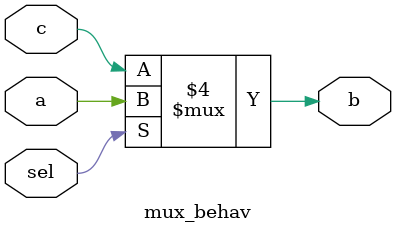
<source format=v>
`timescale 1ns / 1ps
module mux_behav(input a, c, sel, output reg b);
   always @(a, c, sel)
      if (sel == 0)
         b = c;
      else
         b = a;
endmodule

</source>
